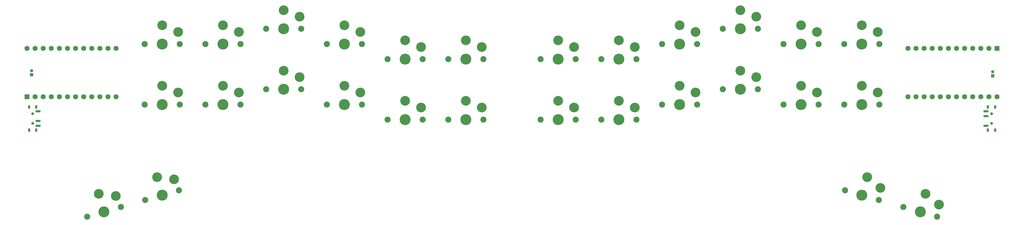
<source format=gbr>
%TF.GenerationSoftware,KiCad,Pcbnew,8.0.0*%
%TF.CreationDate,2024-03-10T10:49:14-04:00*%
%TF.ProjectId,Kiwi MKIII,4b697769-204d-44b4-9949-492e6b696361,rev?*%
%TF.SameCoordinates,Original*%
%TF.FileFunction,Soldermask,Top*%
%TF.FilePolarity,Negative*%
%FSLAX46Y46*%
G04 Gerber Fmt 4.6, Leading zero omitted, Abs format (unit mm)*
G04 Created by KiCad (PCBNEW 8.0.0) date 2024-03-10 10:49:14*
%MOMM*%
%LPD*%
G01*
G04 APERTURE LIST*
%ADD10C,1.900000*%
%ADD11C,3.050000*%
%ADD12C,3.450000*%
%ADD13R,0.800000X1.000000*%
%ADD14C,0.900000*%
%ADD15R,1.500000X0.700000*%
%ADD16R,1.000000X1.000000*%
%ADD17O,1.000000X1.000000*%
%ADD18R,1.600000X1.600000*%
%ADD19C,1.600000*%
G04 APERTURE END LIST*
D10*
%TO.C,SW203*%
X256129300Y-117492700D03*
D11*
X261629300Y-111592700D03*
D12*
X261629300Y-117492700D03*
D11*
X266629300Y-113692700D03*
D10*
X267129300Y-117492700D03*
%TD*%
%TO.C,SW209*%
X256129300Y-136542700D03*
D11*
X261629300Y-130642700D03*
D12*
X261629300Y-136542700D03*
D11*
X266629300Y-132742700D03*
D10*
X267129300Y-136542700D03*
%TD*%
%TO.C,SW310*%
X131879300Y-131780200D03*
D11*
X137379300Y-125880200D03*
D12*
X137379300Y-131780200D03*
D11*
X142379300Y-127980200D03*
D10*
X142879300Y-131780200D03*
%TD*%
%TO.C,SW303*%
X150929300Y-117492700D03*
D11*
X156429300Y-111592700D03*
D12*
X156429300Y-117492700D03*
D11*
X161429300Y-113692700D03*
D10*
X161929300Y-117492700D03*
%TD*%
%TO.C,SW201*%
X218029300Y-122255200D03*
D11*
X223529300Y-116355200D03*
D12*
X223529300Y-122255200D03*
D11*
X228529300Y-118455200D03*
D10*
X229029300Y-122255200D03*
%TD*%
%TO.C,SW207*%
X218029300Y-141305200D03*
D11*
X223529300Y-135405200D03*
D12*
X223529300Y-141305200D03*
D11*
X228529300Y-137505200D03*
D10*
X229029300Y-141305200D03*
%TD*%
%TO.C,SW208*%
X237079300Y-141305200D03*
D11*
X242579300Y-135405200D03*
D12*
X242579300Y-141305200D03*
D11*
X247579300Y-137505200D03*
D10*
X248079300Y-141305200D03*
%TD*%
%TO.C,SW302*%
X169979300Y-122255200D03*
D11*
X175479300Y-116355200D03*
D12*
X175479300Y-122255200D03*
D11*
X180479300Y-118455200D03*
D10*
X180979300Y-122255200D03*
%TD*%
%TO.C,SW212*%
X313279300Y-136542700D03*
D11*
X318779300Y-130642700D03*
D12*
X318779300Y-136542700D03*
D11*
X323779300Y-132742700D03*
D10*
X324279300Y-136542700D03*
%TD*%
%TO.C,SW305*%
X112829300Y-117492700D03*
D11*
X118329300Y-111592700D03*
D12*
X118329300Y-117492700D03*
D11*
X123329300Y-113692700D03*
D10*
X123829300Y-117492700D03*
%TD*%
D13*
%TO.C,SW315*%
X59734293Y-137330200D03*
X57524293Y-137330200D03*
D14*
X58624293Y-139480200D03*
X58624293Y-142480200D03*
D13*
X59734293Y-144630200D03*
X57524293Y-144630200D03*
D15*
X60384293Y-138730200D03*
X60384293Y-141730200D03*
X60384293Y-143230200D03*
%TD*%
D10*
%TO.C,SW206*%
X313279300Y-117492700D03*
D11*
X318779300Y-111592700D03*
D12*
X318779300Y-117492700D03*
D11*
X323779300Y-113692700D03*
D10*
X324279300Y-117492700D03*
%TD*%
%TO.C,SW304*%
X131879300Y-112730200D03*
D11*
X137379300Y-106830200D03*
D12*
X137379300Y-112730200D03*
D11*
X142379300Y-108930200D03*
D10*
X142879300Y-112730200D03*
%TD*%
%TO.C,SW309*%
X150929300Y-136542700D03*
D11*
X156429300Y-130642700D03*
D12*
X156429300Y-136542700D03*
D11*
X161429300Y-132742700D03*
D10*
X161929300Y-136542700D03*
%TD*%
D13*
%TO.C,SW215*%
X358324307Y-144630200D03*
X360534307Y-144630200D03*
D14*
X359434307Y-142480200D03*
X359434307Y-139480200D03*
D13*
X358324307Y-137330200D03*
X360534307Y-137330200D03*
D15*
X357674307Y-143230200D03*
X357674307Y-140230200D03*
X357674307Y-138730200D03*
%TD*%
D10*
%TO.C,SW202*%
X237079300Y-122255200D03*
D11*
X242579300Y-116355200D03*
D12*
X242579300Y-122255200D03*
D11*
X247579300Y-118455200D03*
D10*
X248079300Y-122255200D03*
%TD*%
%TO.C,SW307*%
X189029300Y-141305200D03*
D11*
X194529300Y-135405200D03*
D12*
X194529300Y-141305200D03*
D11*
X199529300Y-137505200D03*
D10*
X200029300Y-141305200D03*
%TD*%
%TO.C,SW311*%
X112829300Y-136542700D03*
D11*
X118329300Y-130642700D03*
D12*
X118329300Y-136542700D03*
D11*
X123329300Y-132742700D03*
D10*
X123829300Y-136542700D03*
%TD*%
D16*
%TO.C,BT201*%
X359779300Y-127542700D03*
D17*
X359779300Y-126272700D03*
%TD*%
D10*
%TO.C,SW205*%
X294229300Y-117492700D03*
D11*
X299729300Y-111592700D03*
D12*
X299729300Y-117492700D03*
D11*
X304729300Y-113692700D03*
D10*
X305229300Y-117492700D03*
%TD*%
%TO.C,SW214*%
X331804396Y-168838804D03*
D11*
X338717595Y-164683365D03*
D12*
X337091335Y-170354809D03*
D11*
X342945064Y-168080201D03*
D10*
X342378274Y-171870814D03*
%TD*%
%TO.C,SW313*%
X93992361Y-166633705D03*
D11*
X97653040Y-159446256D03*
D12*
X99279300Y-165117700D03*
D11*
X103038187Y-160086719D03*
D10*
X104566239Y-163601695D03*
%TD*%
%TO.C,SW308*%
X169979300Y-141305200D03*
D11*
X175479300Y-135405200D03*
D12*
X175479300Y-141305200D03*
D11*
X180479300Y-137505200D03*
D10*
X180979300Y-141305200D03*
%TD*%
D18*
%TO.C,U301*%
X56859300Y-134162700D03*
D19*
X59399300Y-134162700D03*
X61939300Y-134162700D03*
X64479300Y-134162700D03*
X67019300Y-134162700D03*
X69559300Y-134162700D03*
X72099300Y-134162700D03*
X74639300Y-134162700D03*
X77179300Y-134162700D03*
X79719300Y-134162700D03*
X82259300Y-134162700D03*
X84799300Y-134162700D03*
X84799300Y-118922700D03*
X82259300Y-118922700D03*
X79719300Y-118922700D03*
X77179300Y-118922700D03*
X74639300Y-118922700D03*
X72099300Y-118922700D03*
X69559300Y-118922700D03*
X67019300Y-118922700D03*
X64479300Y-118922700D03*
X61939300Y-118922700D03*
X59399300Y-118922700D03*
X56859300Y-118922700D03*
%TD*%
D10*
%TO.C,SW211*%
X294229300Y-136542700D03*
D11*
X299729300Y-130642700D03*
D12*
X299729300Y-136542700D03*
D11*
X304729300Y-132742700D03*
D10*
X305229300Y-136542700D03*
%TD*%
%TO.C,SW312*%
X93779300Y-136542700D03*
D11*
X99279300Y-130642700D03*
D12*
X99279300Y-136542700D03*
D11*
X104279300Y-132742700D03*
D10*
X104779300Y-136542700D03*
%TD*%
%TO.C,SW210*%
X275179300Y-131780200D03*
D11*
X280679300Y-125880200D03*
D12*
X280679300Y-131780200D03*
D11*
X285679300Y-127980200D03*
D10*
X286179300Y-131780200D03*
%TD*%
D16*
%TO.C,BT301*%
X58279293Y-127167700D03*
D17*
X58279293Y-125897700D03*
%TD*%
D10*
%TO.C,SW314*%
X75728389Y-171870815D03*
D11*
X79389068Y-164683366D03*
D12*
X81015328Y-170354810D03*
D11*
X84774215Y-165323829D03*
D10*
X86302267Y-168838805D03*
%TD*%
%TO.C,SW213*%
X313492361Y-163601695D03*
D11*
X320405560Y-159446256D03*
D12*
X318779300Y-165117700D03*
D11*
X324633029Y-162843092D03*
D10*
X324066239Y-166633705D03*
%TD*%
%TO.C,SW301*%
X189029300Y-122255200D03*
D11*
X194529300Y-116355200D03*
D12*
X194529300Y-122255200D03*
D11*
X199529300Y-118455200D03*
D10*
X200029300Y-122255200D03*
%TD*%
D18*
%TO.C,U201*%
X361199300Y-118922700D03*
D19*
X358659300Y-118922700D03*
X356119300Y-118922700D03*
X353579300Y-118922700D03*
X351039300Y-118922700D03*
X348499300Y-118922700D03*
X345959300Y-118922700D03*
X343419300Y-118922700D03*
X340879300Y-118922700D03*
X338339300Y-118922700D03*
X335799300Y-118922700D03*
X333259300Y-118922700D03*
X333259300Y-134162700D03*
X335799300Y-134162700D03*
X338339300Y-134162700D03*
X340879300Y-134162700D03*
X343419300Y-134162700D03*
X345959300Y-134162700D03*
X348499300Y-134162700D03*
X351039300Y-134162700D03*
X353579300Y-134162700D03*
X356119300Y-134162700D03*
X358659300Y-134162700D03*
X361199300Y-134162700D03*
%TD*%
D10*
%TO.C,SW204*%
X275179300Y-112730200D03*
D11*
X280679300Y-106830200D03*
D12*
X280679300Y-112730200D03*
D11*
X285679300Y-108930200D03*
D10*
X286179300Y-112730200D03*
%TD*%
%TO.C,SW306*%
X93779300Y-117492700D03*
D11*
X99279300Y-111592700D03*
D12*
X99279300Y-117492700D03*
D11*
X104279300Y-113692700D03*
D10*
X104779300Y-117492700D03*
%TD*%
M02*

</source>
